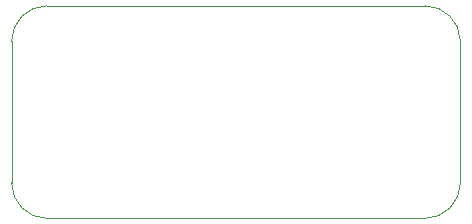
<source format=gbr>
%TF.GenerationSoftware,KiCad,Pcbnew,9.0.4*%
%TF.CreationDate,2025-10-07T06:11:54+05:30*%
%TF.ProjectId,Project6,50726f6a-6563-4743-962e-6b696361645f,rev?*%
%TF.SameCoordinates,Original*%
%TF.FileFunction,Profile,NP*%
%FSLAX46Y46*%
G04 Gerber Fmt 4.6, Leading zero omitted, Abs format (unit mm)*
G04 Created by KiCad (PCBNEW 9.0.4) date 2025-10-07 06:11:54*
%MOMM*%
%LPD*%
G01*
G04 APERTURE LIST*
%TA.AperFunction,Profile*%
%ADD10C,0.050000*%
%TD*%
G04 APERTURE END LIST*
D10*
X100500000Y-89500000D02*
X100500000Y-77500000D01*
X138500000Y-89500000D02*
X138500000Y-77500000D01*
X103500000Y-92500000D02*
X135500000Y-92500000D01*
X103500000Y-74500000D02*
X135500000Y-74500000D01*
X100500000Y-77500000D02*
G75*
G02*
X103500000Y-74500000I3000000J0D01*
G01*
X103500000Y-92500000D02*
G75*
G02*
X100500000Y-89500000I0J3000000D01*
G01*
X138500000Y-89500000D02*
G75*
G02*
X135500000Y-92500000I-3000000J0D01*
G01*
X135500000Y-74500000D02*
G75*
G02*
X138500000Y-77500000I0J-3000000D01*
G01*
M02*

</source>
